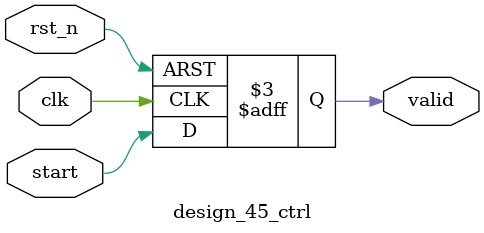
<source format=v>
module design_45_ctrl(
  input  clk,
  input  rst_n,
  input  start,
  output reg valid
);
  reg start_q;
  always @(posedge clk or negedge rst_n) begin
    if (!rst_n) begin
      valid <= 1'b0;
      start_q <= 1'b0;
    end else begin
      start_q <= start;
      valid <= start;
    end
  end
endmodule

</source>
